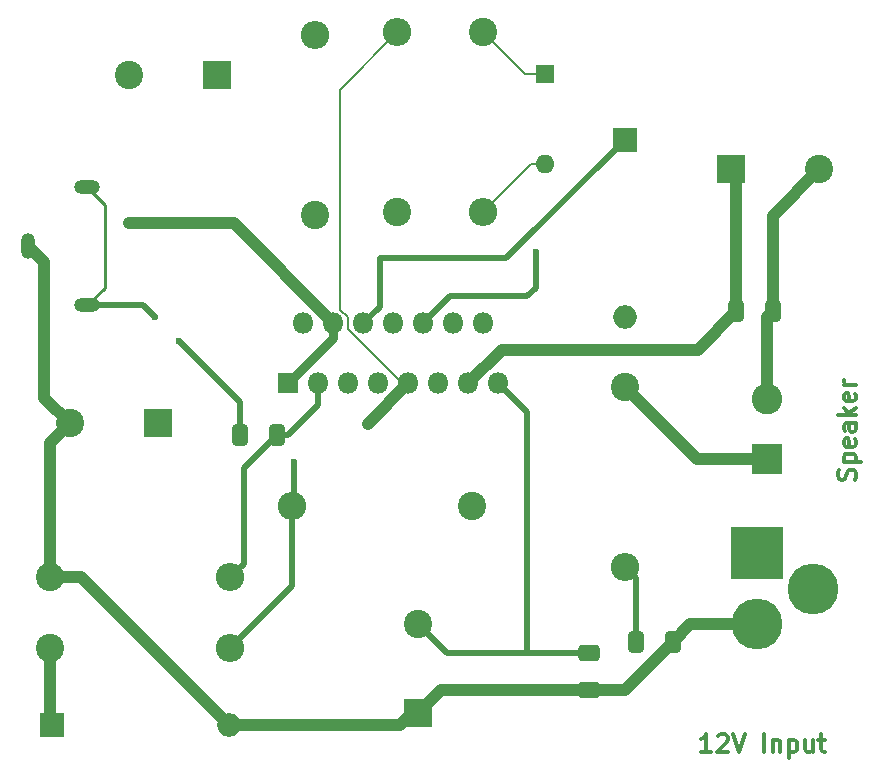
<source format=gbr>
%TF.GenerationSoftware,KiCad,Pcbnew,8.0.2*%
%TF.CreationDate,2024-06-05T21:35:29-04:00*%
%TF.ProjectId,pcb,7063622e-6b69-4636-9164-5f7063625858,rev?*%
%TF.SameCoordinates,Original*%
%TF.FileFunction,Copper,L1,Top*%
%TF.FilePolarity,Positive*%
%FSLAX46Y46*%
G04 Gerber Fmt 4.6, Leading zero omitted, Abs format (unit mm)*
G04 Created by KiCad (PCBNEW 8.0.2) date 2024-06-05 21:35:29*
%MOMM*%
%LPD*%
G01*
G04 APERTURE LIST*
G04 Aperture macros list*
%AMRoundRect*
0 Rectangle with rounded corners*
0 $1 Rounding radius*
0 $2 $3 $4 $5 $6 $7 $8 $9 X,Y pos of 4 corners*
0 Add a 4 corners polygon primitive as box body*
4,1,4,$2,$3,$4,$5,$6,$7,$8,$9,$2,$3,0*
0 Add four circle primitives for the rounded corners*
1,1,$1+$1,$2,$3*
1,1,$1+$1,$4,$5*
1,1,$1+$1,$6,$7*
1,1,$1+$1,$8,$9*
0 Add four rect primitives between the rounded corners*
20,1,$1+$1,$2,$3,$4,$5,0*
20,1,$1+$1,$4,$5,$6,$7,0*
20,1,$1+$1,$6,$7,$8,$9,0*
20,1,$1+$1,$8,$9,$2,$3,0*%
G04 Aperture macros list end*
%ADD10C,0.300000*%
%TA.AperFunction,NonConductor*%
%ADD11C,0.300000*%
%TD*%
%TA.AperFunction,ComponentPad*%
%ADD12C,2.400000*%
%TD*%
%TA.AperFunction,ComponentPad*%
%ADD13O,2.400000X2.400000*%
%TD*%
%TA.AperFunction,ComponentPad*%
%ADD14O,2.200000X1.200000*%
%TD*%
%TA.AperFunction,ComponentPad*%
%ADD15O,1.200000X2.200000*%
%TD*%
%TA.AperFunction,ComponentPad*%
%ADD16R,2.400000X2.400000*%
%TD*%
%TA.AperFunction,ComponentPad*%
%ADD17R,1.600000X1.600000*%
%TD*%
%TA.AperFunction,ComponentPad*%
%ADD18O,1.600000X1.600000*%
%TD*%
%TA.AperFunction,SMDPad,CuDef*%
%ADD19RoundRect,0.250000X-0.412500X-0.650000X0.412500X-0.650000X0.412500X0.650000X-0.412500X0.650000X0*%
%TD*%
%TA.AperFunction,SMDPad,CuDef*%
%ADD20RoundRect,0.250000X-0.650000X0.412500X-0.650000X-0.412500X0.650000X-0.412500X0.650000X0.412500X0*%
%TD*%
%TA.AperFunction,ComponentPad*%
%ADD21R,2.000000X2.000000*%
%TD*%
%TA.AperFunction,ComponentPad*%
%ADD22O,2.000000X2.000000*%
%TD*%
%TA.AperFunction,ComponentPad*%
%ADD23R,1.800000X1.800000*%
%TD*%
%TA.AperFunction,ComponentPad*%
%ADD24O,1.800000X1.800000*%
%TD*%
%TA.AperFunction,ComponentPad*%
%ADD25R,4.400000X4.400000*%
%TD*%
%TA.AperFunction,ComponentPad*%
%ADD26C,4.300000*%
%TD*%
%TA.AperFunction,ComponentPad*%
%ADD27R,2.600000X2.600000*%
%TD*%
%TA.AperFunction,ComponentPad*%
%ADD28C,2.600000*%
%TD*%
%TA.AperFunction,ViaPad*%
%ADD29C,1.000000*%
%TD*%
%TA.AperFunction,ViaPad*%
%ADD30C,0.600000*%
%TD*%
%TA.AperFunction,Conductor*%
%ADD31C,1.000000*%
%TD*%
%TA.AperFunction,Conductor*%
%ADD32C,0.750000*%
%TD*%
%TA.AperFunction,Conductor*%
%ADD33C,0.200000*%
%TD*%
%TA.AperFunction,Conductor*%
%ADD34C,0.500000*%
%TD*%
%TA.AperFunction,Conductor*%
%ADD35C,0.250000*%
%TD*%
G04 APERTURE END LIST*
D10*
D11*
X159479400Y-103266917D02*
X159550828Y-103052632D01*
X159550828Y-103052632D02*
X159550828Y-102695489D01*
X159550828Y-102695489D02*
X159479400Y-102552632D01*
X159479400Y-102552632D02*
X159407971Y-102481203D01*
X159407971Y-102481203D02*
X159265114Y-102409774D01*
X159265114Y-102409774D02*
X159122257Y-102409774D01*
X159122257Y-102409774D02*
X158979400Y-102481203D01*
X158979400Y-102481203D02*
X158907971Y-102552632D01*
X158907971Y-102552632D02*
X158836542Y-102695489D01*
X158836542Y-102695489D02*
X158765114Y-102981203D01*
X158765114Y-102981203D02*
X158693685Y-103124060D01*
X158693685Y-103124060D02*
X158622257Y-103195489D01*
X158622257Y-103195489D02*
X158479400Y-103266917D01*
X158479400Y-103266917D02*
X158336542Y-103266917D01*
X158336542Y-103266917D02*
X158193685Y-103195489D01*
X158193685Y-103195489D02*
X158122257Y-103124060D01*
X158122257Y-103124060D02*
X158050828Y-102981203D01*
X158050828Y-102981203D02*
X158050828Y-102624060D01*
X158050828Y-102624060D02*
X158122257Y-102409774D01*
X158550828Y-101766918D02*
X160050828Y-101766918D01*
X158622257Y-101766918D02*
X158550828Y-101624061D01*
X158550828Y-101624061D02*
X158550828Y-101338346D01*
X158550828Y-101338346D02*
X158622257Y-101195489D01*
X158622257Y-101195489D02*
X158693685Y-101124061D01*
X158693685Y-101124061D02*
X158836542Y-101052632D01*
X158836542Y-101052632D02*
X159265114Y-101052632D01*
X159265114Y-101052632D02*
X159407971Y-101124061D01*
X159407971Y-101124061D02*
X159479400Y-101195489D01*
X159479400Y-101195489D02*
X159550828Y-101338346D01*
X159550828Y-101338346D02*
X159550828Y-101624061D01*
X159550828Y-101624061D02*
X159479400Y-101766918D01*
X159479400Y-99838346D02*
X159550828Y-99981203D01*
X159550828Y-99981203D02*
X159550828Y-100266918D01*
X159550828Y-100266918D02*
X159479400Y-100409775D01*
X159479400Y-100409775D02*
X159336542Y-100481203D01*
X159336542Y-100481203D02*
X158765114Y-100481203D01*
X158765114Y-100481203D02*
X158622257Y-100409775D01*
X158622257Y-100409775D02*
X158550828Y-100266918D01*
X158550828Y-100266918D02*
X158550828Y-99981203D01*
X158550828Y-99981203D02*
X158622257Y-99838346D01*
X158622257Y-99838346D02*
X158765114Y-99766918D01*
X158765114Y-99766918D02*
X158907971Y-99766918D01*
X158907971Y-99766918D02*
X159050828Y-100481203D01*
X159550828Y-98481204D02*
X158765114Y-98481204D01*
X158765114Y-98481204D02*
X158622257Y-98552632D01*
X158622257Y-98552632D02*
X158550828Y-98695489D01*
X158550828Y-98695489D02*
X158550828Y-98981204D01*
X158550828Y-98981204D02*
X158622257Y-99124061D01*
X159479400Y-98481204D02*
X159550828Y-98624061D01*
X159550828Y-98624061D02*
X159550828Y-98981204D01*
X159550828Y-98981204D02*
X159479400Y-99124061D01*
X159479400Y-99124061D02*
X159336542Y-99195489D01*
X159336542Y-99195489D02*
X159193685Y-99195489D01*
X159193685Y-99195489D02*
X159050828Y-99124061D01*
X159050828Y-99124061D02*
X158979400Y-98981204D01*
X158979400Y-98981204D02*
X158979400Y-98624061D01*
X158979400Y-98624061D02*
X158907971Y-98481204D01*
X159550828Y-97766918D02*
X158050828Y-97766918D01*
X158979400Y-97624061D02*
X159550828Y-97195489D01*
X158550828Y-97195489D02*
X159122257Y-97766918D01*
X159479400Y-95981203D02*
X159550828Y-96124060D01*
X159550828Y-96124060D02*
X159550828Y-96409775D01*
X159550828Y-96409775D02*
X159479400Y-96552632D01*
X159479400Y-96552632D02*
X159336542Y-96624060D01*
X159336542Y-96624060D02*
X158765114Y-96624060D01*
X158765114Y-96624060D02*
X158622257Y-96552632D01*
X158622257Y-96552632D02*
X158550828Y-96409775D01*
X158550828Y-96409775D02*
X158550828Y-96124060D01*
X158550828Y-96124060D02*
X158622257Y-95981203D01*
X158622257Y-95981203D02*
X158765114Y-95909775D01*
X158765114Y-95909775D02*
X158907971Y-95909775D01*
X158907971Y-95909775D02*
X159050828Y-96624060D01*
X159550828Y-95266918D02*
X158550828Y-95266918D01*
X158836542Y-95266918D02*
X158693685Y-95195489D01*
X158693685Y-95195489D02*
X158622257Y-95124061D01*
X158622257Y-95124061D02*
X158550828Y-94981203D01*
X158550828Y-94981203D02*
X158550828Y-94838346D01*
D10*
D11*
X147340225Y-126300828D02*
X146483082Y-126300828D01*
X146911653Y-126300828D02*
X146911653Y-124800828D01*
X146911653Y-124800828D02*
X146768796Y-125015114D01*
X146768796Y-125015114D02*
X146625939Y-125157971D01*
X146625939Y-125157971D02*
X146483082Y-125229400D01*
X147911653Y-124943685D02*
X147983081Y-124872257D01*
X147983081Y-124872257D02*
X148125939Y-124800828D01*
X148125939Y-124800828D02*
X148483081Y-124800828D01*
X148483081Y-124800828D02*
X148625939Y-124872257D01*
X148625939Y-124872257D02*
X148697367Y-124943685D01*
X148697367Y-124943685D02*
X148768796Y-125086542D01*
X148768796Y-125086542D02*
X148768796Y-125229400D01*
X148768796Y-125229400D02*
X148697367Y-125443685D01*
X148697367Y-125443685D02*
X147840224Y-126300828D01*
X147840224Y-126300828D02*
X148768796Y-126300828D01*
X149197367Y-124800828D02*
X149697367Y-126300828D01*
X149697367Y-126300828D02*
X150197367Y-124800828D01*
X151840223Y-126300828D02*
X151840223Y-124800828D01*
X152554509Y-125300828D02*
X152554509Y-126300828D01*
X152554509Y-125443685D02*
X152625938Y-125372257D01*
X152625938Y-125372257D02*
X152768795Y-125300828D01*
X152768795Y-125300828D02*
X152983081Y-125300828D01*
X152983081Y-125300828D02*
X153125938Y-125372257D01*
X153125938Y-125372257D02*
X153197367Y-125515114D01*
X153197367Y-125515114D02*
X153197367Y-126300828D01*
X153911652Y-125300828D02*
X153911652Y-126800828D01*
X153911652Y-125372257D02*
X154054510Y-125300828D01*
X154054510Y-125300828D02*
X154340224Y-125300828D01*
X154340224Y-125300828D02*
X154483081Y-125372257D01*
X154483081Y-125372257D02*
X154554510Y-125443685D01*
X154554510Y-125443685D02*
X154625938Y-125586542D01*
X154625938Y-125586542D02*
X154625938Y-126015114D01*
X154625938Y-126015114D02*
X154554510Y-126157971D01*
X154554510Y-126157971D02*
X154483081Y-126229400D01*
X154483081Y-126229400D02*
X154340224Y-126300828D01*
X154340224Y-126300828D02*
X154054510Y-126300828D01*
X154054510Y-126300828D02*
X153911652Y-126229400D01*
X155911653Y-125300828D02*
X155911653Y-126300828D01*
X155268795Y-125300828D02*
X155268795Y-126086542D01*
X155268795Y-126086542D02*
X155340224Y-126229400D01*
X155340224Y-126229400D02*
X155483081Y-126300828D01*
X155483081Y-126300828D02*
X155697367Y-126300828D01*
X155697367Y-126300828D02*
X155840224Y-126229400D01*
X155840224Y-126229400D02*
X155911653Y-126157971D01*
X156411653Y-125300828D02*
X156983081Y-125300828D01*
X156625938Y-124800828D02*
X156625938Y-126086542D01*
X156625938Y-126086542D02*
X156697367Y-126229400D01*
X156697367Y-126229400D02*
X156840224Y-126300828D01*
X156840224Y-126300828D02*
X156983081Y-126300828D01*
D12*
%TO.P,R6,1*%
%TO.N,Net-(J1-In)*%
X113750000Y-80870000D03*
D13*
%TO.P,R6,2*%
%TO.N,Net-(D1-K)*%
X113750000Y-65630000D03*
%TD*%
D12*
%TO.P,R1,1*%
%TO.N,Net-(J1-In)*%
X120750000Y-80620000D03*
D13*
%TO.P,R1,2*%
%TO.N,Net-(U1-STBY)*%
X120750000Y-65380000D03*
%TD*%
D12*
%TO.P,R5,1*%
%TO.N,Net-(C10-Pad2)*%
X140000000Y-95380000D03*
D13*
%TO.P,R5,2*%
%TO.N,Net-(C1-Pad1)*%
X140000000Y-110620000D03*
%TD*%
D14*
%TO.P,J2,R*%
%TO.N,Net-(C4-Pad1)*%
X94500000Y-78500000D03*
D15*
%TO.P,J2,S*%
%TO.N,GND*%
X89500000Y-83500000D03*
D14*
%TO.P,J2,T*%
%TO.N,Net-(C4-Pad1)*%
X94500000Y-88500000D03*
%TD*%
D16*
%TO.P,C7,1*%
%TO.N,Net-(J1-In)*%
X149000000Y-77000000D03*
D12*
%TO.P,C7,2*%
%TO.N,GND*%
X156500000Y-77000000D03*
%TD*%
D17*
%TO.P,D1,1,K*%
%TO.N,Net-(D1-K)*%
X133250000Y-68940000D03*
D18*
%TO.P,D1,2,A*%
%TO.N,Net-(D1-A)*%
X133250000Y-76560000D03*
%TD*%
D19*
%TO.P,C1,1*%
%TO.N,Net-(C1-Pad1)*%
X140937500Y-117000000D03*
%TO.P,C1,2*%
%TO.N,GND*%
X144062500Y-117000000D03*
%TD*%
D16*
%TO.P,C9,1*%
%TO.N,Net-(U1-STBY)*%
X100512755Y-98500000D03*
D12*
%TO.P,C9,2*%
%TO.N,GND*%
X93012755Y-98500000D03*
%TD*%
D16*
%TO.P,C6,1*%
%TO.N,GND*%
X122500000Y-123012755D03*
D12*
%TO.P,C6,2*%
%TO.N,Net-(J1-Ext)*%
X122500000Y-115512755D03*
%TD*%
D19*
%TO.P,C2,1*%
%TO.N,Net-(J1-In)*%
X149437500Y-89000000D03*
%TO.P,C2,2*%
%TO.N,GND*%
X152562500Y-89000000D03*
%TD*%
D20*
%TO.P,C3,1*%
%TO.N,Net-(J1-Ext)*%
X137000000Y-117937500D03*
%TO.P,C3,2*%
%TO.N,GND*%
X137000000Y-121062500D03*
%TD*%
D21*
%TO.P,C5,1*%
%TO.N,Net-(C5-Pad1)*%
X91500000Y-124000000D03*
D22*
%TO.P,C5,2*%
%TO.N,GND*%
X106500000Y-124000000D03*
%TD*%
D23*
%TO.P,U1,1,SGND*%
%TO.N,GND*%
X111530000Y-95080000D03*
D24*
%TO.P,U1,2,-*%
%TO.N,Net-(U1--)*%
X112800000Y-90000000D03*
%TO.P,U1,3,+*%
%TO.N,Net-(U1-+)*%
X114070000Y-95080000D03*
%TO.P,U1,4,SIG_GND*%
%TO.N,GND*%
X115340000Y-90000000D03*
%TO.P,U1,5,NC*%
%TO.N,unconnected-(U1-NC-Pad5)*%
X116610000Y-95080000D03*
%TO.P,U1,6,BOOT*%
%TO.N,Net-(U1-BOOT)*%
X117880000Y-90000000D03*
%TO.P,U1,7,+Vs*%
%TO.N,Net-(J1-In)*%
X119150000Y-95080000D03*
%TO.P,U1,8,-Vs*%
%TO.N,Net-(J1-Ext)*%
X120420000Y-90000000D03*
%TO.P,U1,9,STBY*%
%TO.N,Net-(U1-STBY)*%
X121690000Y-95080000D03*
%TO.P,U1,10,MUTE*%
%TO.N,Net-(D1-A)*%
X122960000Y-90000000D03*
%TO.P,U1,11,NC*%
%TO.N,unconnected-(U1-NC-Pad11)*%
X124230000Y-95080000D03*
%TO.P,U1,12,NC*%
%TO.N,unconnected-(U1-NC-Pad12)*%
X125500000Y-90000000D03*
%TO.P,U1,13,+Vs*%
%TO.N,Net-(J1-In)*%
X126770000Y-95080000D03*
%TO.P,U1,14*%
%TO.N,Net-(C10-Pad2)*%
X128040000Y-90000000D03*
%TO.P,U1,15,-Vs*%
%TO.N,Net-(J1-Ext)*%
X129310000Y-95080000D03*
%TD*%
D12*
%TO.P,R7,1*%
%TO.N,Net-(D1-K)*%
X128000000Y-65380000D03*
D13*
%TO.P,R7,2*%
%TO.N,Net-(D1-A)*%
X128000000Y-80620000D03*
%TD*%
D12*
%TO.P,R3,1*%
%TO.N,GND*%
X91380000Y-111500000D03*
D13*
%TO.P,R3,2*%
%TO.N,Net-(U1-+)*%
X106620000Y-111500000D03*
%TD*%
D19*
%TO.P,C4,1*%
%TO.N,Net-(C4-Pad1)*%
X107437500Y-99500000D03*
%TO.P,C4,2*%
%TO.N,Net-(U1-+)*%
X110562500Y-99500000D03*
%TD*%
D25*
%TO.P,J1,1,In*%
%TO.N,Net-(J1-In)*%
X151250000Y-109500000D03*
D26*
%TO.P,J1,2,Ext*%
%TO.N,GND*%
X151250000Y-115500000D03*
%TO.P,J1,3*%
%TO.N,N/C*%
X155950000Y-112500000D03*
%TD*%
D16*
%TO.P,C8,1*%
%TO.N,Net-(D1-A)*%
X105512755Y-69000000D03*
D12*
%TO.P,C8,2*%
%TO.N,GND*%
X98012755Y-69000000D03*
%TD*%
D27*
%TO.P,LS1,1,1*%
%TO.N,Net-(C10-Pad2)*%
X152055000Y-101545000D03*
D28*
%TO.P,LS1,2,2*%
%TO.N,GND*%
X152055000Y-96465000D03*
%TD*%
D21*
%TO.P,C10,1*%
%TO.N,Net-(U1-BOOT)*%
X140000000Y-74500000D03*
D22*
%TO.P,C10,2*%
%TO.N,Net-(C10-Pad2)*%
X140000000Y-89500000D03*
%TD*%
D12*
%TO.P,R4,1*%
%TO.N,Net-(C10-Pad2)*%
X127120000Y-105500000D03*
D13*
%TO.P,R4,2*%
%TO.N,Net-(U1--)*%
X111880000Y-105500000D03*
%TD*%
D12*
%TO.P,R2,1*%
%TO.N,Net-(C5-Pad1)*%
X91380000Y-117500000D03*
D13*
%TO.P,R2,2*%
%TO.N,Net-(U1--)*%
X106620000Y-117500000D03*
%TD*%
D29*
%TO.N,GND*%
X98012755Y-81562755D03*
D30*
%TO.N,Net-(C4-Pad1)*%
X100250000Y-89500000D03*
X102250000Y-91500000D03*
D29*
%TO.N,Net-(J1-In)*%
X145000000Y-92250000D03*
D30*
%TO.N,Net-(D1-A)*%
X132500000Y-84000000D03*
D29*
%TO.N,Net-(U1-STBY)*%
X118260000Y-98510000D03*
D30*
%TO.N,Net-(U1--)*%
X112000000Y-101750000D03*
%TD*%
D31*
%TO.N,GND*%
X106902755Y-81562755D02*
X98012755Y-81562755D01*
X121025510Y-124000000D02*
X106500000Y-124000000D01*
D32*
X115340000Y-91270000D02*
X111530000Y-95080000D01*
D31*
X140000000Y-121062500D02*
X144062500Y-117000000D01*
X152562500Y-89000000D02*
X152562500Y-80937500D01*
X106500000Y-124000000D02*
X94000000Y-111500000D01*
D32*
X115340000Y-90000000D02*
X115340000Y-91270000D01*
D31*
X90850000Y-84850000D02*
X90850000Y-96337245D01*
X152055000Y-96465000D02*
X152055000Y-89507500D01*
D33*
X111110000Y-95500000D02*
X111530000Y-95080000D01*
D31*
X90850000Y-96337245D02*
X93012755Y-98500000D01*
X89500000Y-83500000D02*
X90850000Y-84850000D01*
X152562500Y-80937500D02*
X156500000Y-77000000D01*
X115340000Y-90000000D02*
X106902755Y-81562755D01*
X137000000Y-121062500D02*
X140000000Y-121062500D01*
X137000000Y-121062500D02*
X124450255Y-121062500D01*
X145562500Y-115500000D02*
X144062500Y-117000000D01*
X124450255Y-121062500D02*
X122500000Y-123012755D01*
X122012755Y-123012755D02*
X121025510Y-124000000D01*
X91380000Y-100132755D02*
X93012755Y-98500000D01*
X91380000Y-111500000D02*
X91380000Y-100132755D01*
X122500000Y-123012755D02*
X122012755Y-123012755D01*
X152055000Y-89507500D02*
X152562500Y-89000000D01*
X94000000Y-111500000D02*
X91380000Y-111500000D01*
X151250000Y-115500000D02*
X145562500Y-115500000D01*
D34*
%TO.N,Net-(C1-Pad1)*%
X140937500Y-117000000D02*
X140937500Y-111557500D01*
X140937500Y-111557500D02*
X140000000Y-110620000D01*
%TO.N,Net-(J1-Ext)*%
X137000000Y-117937500D02*
X131750000Y-117937500D01*
X131750000Y-117937500D02*
X124924745Y-117937500D01*
X124924745Y-117937500D02*
X122500000Y-115512755D01*
X131750000Y-97520000D02*
X129310000Y-95080000D01*
X131750000Y-117937500D02*
X131750000Y-97520000D01*
D35*
%TO.N,Net-(C4-Pad1)*%
X96000000Y-80000000D02*
X94500000Y-78500000D01*
D34*
X107437500Y-99500000D02*
X107437500Y-96687500D01*
D35*
X94500000Y-88500000D02*
X96000000Y-87000000D01*
X95000000Y-88500000D02*
X94500000Y-88500000D01*
D34*
X107437500Y-96687500D02*
X102250000Y-91500000D01*
X100250000Y-89500000D02*
X99250000Y-88500000D01*
D35*
X96000000Y-87000000D02*
X96000000Y-80000000D01*
D34*
X99250000Y-88500000D02*
X94500000Y-88500000D01*
%TO.N,Net-(U1-+)*%
X107750000Y-102312500D02*
X110562500Y-99500000D01*
X107750000Y-110370000D02*
X107750000Y-102312500D01*
X114070000Y-96930000D02*
X111500000Y-99500000D01*
X111500000Y-99500000D02*
X110562500Y-99500000D01*
X114070000Y-95080000D02*
X114070000Y-96930000D01*
X107750000Y-110370000D02*
X106620000Y-111500000D01*
D31*
%TO.N,Net-(J1-In)*%
X146187500Y-92250000D02*
X149437500Y-89000000D01*
X129600000Y-92250000D02*
X126770000Y-95080000D01*
X146187500Y-92250000D02*
X145000000Y-92250000D01*
X149437500Y-89000000D02*
X149437500Y-77437500D01*
X145000000Y-92250000D02*
X129600000Y-92250000D01*
X149437500Y-77437500D02*
X149000000Y-77000000D01*
%TO.N,Net-(C5-Pad1)*%
X91380000Y-117500000D02*
X91380000Y-123880000D01*
X91380000Y-123880000D02*
X91500000Y-124000000D01*
D33*
%TO.N,Net-(D1-A)*%
X128000000Y-80620000D02*
X132060000Y-76560000D01*
D34*
X131750000Y-87750000D02*
X132500000Y-87000000D01*
X125210000Y-87750000D02*
X131750000Y-87750000D01*
X122960000Y-90000000D02*
X125210000Y-87750000D01*
X132500000Y-87000000D02*
X132500000Y-84000000D01*
D33*
X132060000Y-76560000D02*
X133250000Y-76560000D01*
%TO.N,Net-(U1-STBY)*%
X115893529Y-70236471D02*
X115893529Y-86000000D01*
X116540000Y-90497057D02*
X116540000Y-89502943D01*
X115893529Y-86000000D02*
X115893529Y-88856471D01*
X121122943Y-95080000D02*
X116540000Y-90497057D01*
X120750000Y-65380000D02*
X115893529Y-70236471D01*
X116540000Y-89502943D02*
X115893529Y-88856471D01*
X121690000Y-95080000D02*
X121122943Y-95080000D01*
D31*
X118260000Y-98510000D02*
X121690000Y-95080000D01*
%TO.N,Net-(C10-Pad2)*%
X146165000Y-101545000D02*
X140000000Y-95380000D01*
X152055000Y-101545000D02*
X146165000Y-101545000D01*
D34*
%TO.N,Net-(U1-BOOT)*%
X119250000Y-84500000D02*
X119250000Y-88630000D01*
X140000000Y-74500000D02*
X130000000Y-84500000D01*
X119250000Y-88630000D02*
X117880000Y-90000000D01*
X130000000Y-84500000D02*
X119250000Y-84500000D01*
D33*
%TO.N,Net-(D1-K)*%
X128000000Y-65380000D02*
X131560000Y-68940000D01*
X127750000Y-65630000D02*
X128000000Y-65380000D01*
X131560000Y-68940000D02*
X133250000Y-68940000D01*
D34*
%TO.N,Net-(U1--)*%
X111880000Y-105500000D02*
X111880000Y-112240000D01*
X111880000Y-105500000D02*
X112000000Y-105380000D01*
X112000000Y-105380000D02*
X112000000Y-101750000D01*
X111880000Y-112240000D02*
X106620000Y-117500000D01*
%TD*%
M02*

</source>
